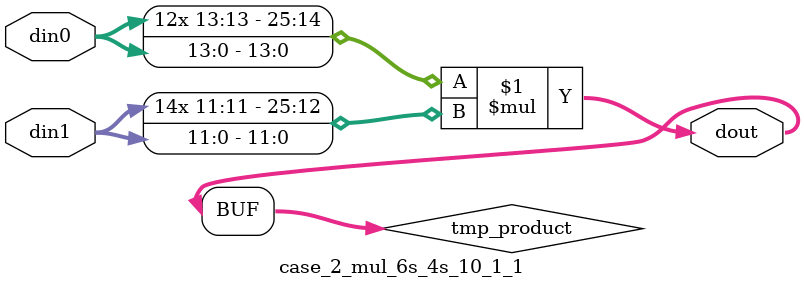
<source format=v>

`timescale 1 ns / 1 ps

 (* use_dsp = "no" *)  module case_2_mul_6s_4s_10_1_1(din0, din1, dout);
parameter ID = 1;
parameter NUM_STAGE = 0;
parameter din0_WIDTH = 14;
parameter din1_WIDTH = 12;
parameter dout_WIDTH = 26;

input [din0_WIDTH - 1 : 0] din0; 
input [din1_WIDTH - 1 : 0] din1; 
output [dout_WIDTH - 1 : 0] dout;

wire signed [dout_WIDTH - 1 : 0] tmp_product;



























assign tmp_product = $signed(din0) * $signed(din1);








assign dout = tmp_product;





















endmodule

</source>
